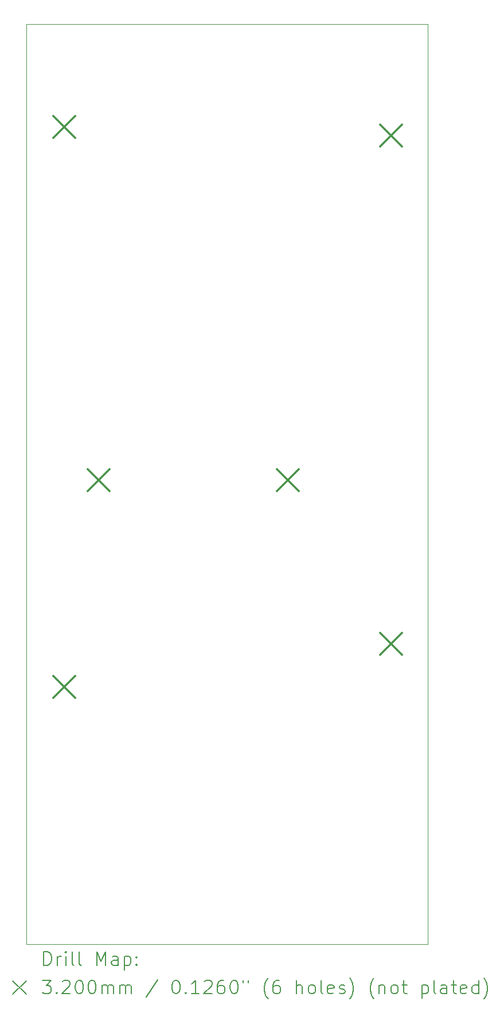
<source format=gbr>
%TF.GenerationSoftware,KiCad,Pcbnew,8.0.6-8.0.6-0~ubuntu24.04.1*%
%TF.CreationDate,2024-10-19T11:52:58+02:00*%
%TF.ProjectId,K3NG-rotator-shield,4b334e47-2d72-46f7-9461-746f722d7368,rev?*%
%TF.SameCoordinates,Original*%
%TF.FileFunction,Drillmap*%
%TF.FilePolarity,Positive*%
%FSLAX45Y45*%
G04 Gerber Fmt 4.5, Leading zero omitted, Abs format (unit mm)*
G04 Created by KiCad (PCBNEW 8.0.6-8.0.6-0~ubuntu24.04.1) date 2024-10-19 11:52:58*
%MOMM*%
%LPD*%
G01*
G04 APERTURE LIST*
%ADD10C,0.050000*%
%ADD11C,0.200000*%
%ADD12C,0.320000*%
G04 APERTURE END LIST*
D10*
X18791000Y-2383000D02*
X12866000Y-2383000D01*
X12866000Y-15943000D01*
X18791000Y-15943000D01*
X18791000Y-2383000D01*
D11*
D12*
X13265000Y-3735000D02*
X13585000Y-4055000D01*
X13585000Y-3735000D02*
X13265000Y-4055000D01*
X13265000Y-11990000D02*
X13585000Y-12310000D01*
X13585000Y-11990000D02*
X13265000Y-12310000D01*
X13773000Y-8942000D02*
X14093000Y-9262000D01*
X14093000Y-8942000D02*
X13773000Y-9262000D01*
X16567000Y-8942000D02*
X16887000Y-9262000D01*
X16887000Y-8942000D02*
X16567000Y-9262000D01*
X18091000Y-3862000D02*
X18411000Y-4182000D01*
X18411000Y-3862000D02*
X18091000Y-4182000D01*
X18091000Y-11355000D02*
X18411000Y-11675000D01*
X18411000Y-11355000D02*
X18091000Y-11675000D01*
D11*
X13124277Y-16256984D02*
X13124277Y-16056984D01*
X13124277Y-16056984D02*
X13171896Y-16056984D01*
X13171896Y-16056984D02*
X13200467Y-16066508D01*
X13200467Y-16066508D02*
X13219515Y-16085555D01*
X13219515Y-16085555D02*
X13229039Y-16104603D01*
X13229039Y-16104603D02*
X13238562Y-16142698D01*
X13238562Y-16142698D02*
X13238562Y-16171269D01*
X13238562Y-16171269D02*
X13229039Y-16209365D01*
X13229039Y-16209365D02*
X13219515Y-16228412D01*
X13219515Y-16228412D02*
X13200467Y-16247460D01*
X13200467Y-16247460D02*
X13171896Y-16256984D01*
X13171896Y-16256984D02*
X13124277Y-16256984D01*
X13324277Y-16256984D02*
X13324277Y-16123650D01*
X13324277Y-16161746D02*
X13333801Y-16142698D01*
X13333801Y-16142698D02*
X13343324Y-16133174D01*
X13343324Y-16133174D02*
X13362372Y-16123650D01*
X13362372Y-16123650D02*
X13381420Y-16123650D01*
X13448086Y-16256984D02*
X13448086Y-16123650D01*
X13448086Y-16056984D02*
X13438562Y-16066508D01*
X13438562Y-16066508D02*
X13448086Y-16076031D01*
X13448086Y-16076031D02*
X13457610Y-16066508D01*
X13457610Y-16066508D02*
X13448086Y-16056984D01*
X13448086Y-16056984D02*
X13448086Y-16076031D01*
X13571896Y-16256984D02*
X13552848Y-16247460D01*
X13552848Y-16247460D02*
X13543324Y-16228412D01*
X13543324Y-16228412D02*
X13543324Y-16056984D01*
X13676658Y-16256984D02*
X13657610Y-16247460D01*
X13657610Y-16247460D02*
X13648086Y-16228412D01*
X13648086Y-16228412D02*
X13648086Y-16056984D01*
X13905229Y-16256984D02*
X13905229Y-16056984D01*
X13905229Y-16056984D02*
X13971896Y-16199841D01*
X13971896Y-16199841D02*
X14038562Y-16056984D01*
X14038562Y-16056984D02*
X14038562Y-16256984D01*
X14219515Y-16256984D02*
X14219515Y-16152222D01*
X14219515Y-16152222D02*
X14209991Y-16133174D01*
X14209991Y-16133174D02*
X14190943Y-16123650D01*
X14190943Y-16123650D02*
X14152848Y-16123650D01*
X14152848Y-16123650D02*
X14133801Y-16133174D01*
X14219515Y-16247460D02*
X14200467Y-16256984D01*
X14200467Y-16256984D02*
X14152848Y-16256984D01*
X14152848Y-16256984D02*
X14133801Y-16247460D01*
X14133801Y-16247460D02*
X14124277Y-16228412D01*
X14124277Y-16228412D02*
X14124277Y-16209365D01*
X14124277Y-16209365D02*
X14133801Y-16190317D01*
X14133801Y-16190317D02*
X14152848Y-16180793D01*
X14152848Y-16180793D02*
X14200467Y-16180793D01*
X14200467Y-16180793D02*
X14219515Y-16171269D01*
X14314753Y-16123650D02*
X14314753Y-16323650D01*
X14314753Y-16133174D02*
X14333801Y-16123650D01*
X14333801Y-16123650D02*
X14371896Y-16123650D01*
X14371896Y-16123650D02*
X14390943Y-16133174D01*
X14390943Y-16133174D02*
X14400467Y-16142698D01*
X14400467Y-16142698D02*
X14409991Y-16161746D01*
X14409991Y-16161746D02*
X14409991Y-16218888D01*
X14409991Y-16218888D02*
X14400467Y-16237936D01*
X14400467Y-16237936D02*
X14390943Y-16247460D01*
X14390943Y-16247460D02*
X14371896Y-16256984D01*
X14371896Y-16256984D02*
X14333801Y-16256984D01*
X14333801Y-16256984D02*
X14314753Y-16247460D01*
X14495705Y-16237936D02*
X14505229Y-16247460D01*
X14505229Y-16247460D02*
X14495705Y-16256984D01*
X14495705Y-16256984D02*
X14486182Y-16247460D01*
X14486182Y-16247460D02*
X14495705Y-16237936D01*
X14495705Y-16237936D02*
X14495705Y-16256984D01*
X14495705Y-16133174D02*
X14505229Y-16142698D01*
X14505229Y-16142698D02*
X14495705Y-16152222D01*
X14495705Y-16152222D02*
X14486182Y-16142698D01*
X14486182Y-16142698D02*
X14495705Y-16133174D01*
X14495705Y-16133174D02*
X14495705Y-16152222D01*
X12663500Y-16485500D02*
X12863500Y-16685500D01*
X12863500Y-16485500D02*
X12663500Y-16685500D01*
X13105229Y-16476984D02*
X13229039Y-16476984D01*
X13229039Y-16476984D02*
X13162372Y-16553174D01*
X13162372Y-16553174D02*
X13190943Y-16553174D01*
X13190943Y-16553174D02*
X13209991Y-16562698D01*
X13209991Y-16562698D02*
X13219515Y-16572222D01*
X13219515Y-16572222D02*
X13229039Y-16591269D01*
X13229039Y-16591269D02*
X13229039Y-16638888D01*
X13229039Y-16638888D02*
X13219515Y-16657936D01*
X13219515Y-16657936D02*
X13209991Y-16667460D01*
X13209991Y-16667460D02*
X13190943Y-16676984D01*
X13190943Y-16676984D02*
X13133801Y-16676984D01*
X13133801Y-16676984D02*
X13114753Y-16667460D01*
X13114753Y-16667460D02*
X13105229Y-16657936D01*
X13314753Y-16657936D02*
X13324277Y-16667460D01*
X13324277Y-16667460D02*
X13314753Y-16676984D01*
X13314753Y-16676984D02*
X13305229Y-16667460D01*
X13305229Y-16667460D02*
X13314753Y-16657936D01*
X13314753Y-16657936D02*
X13314753Y-16676984D01*
X13400467Y-16496031D02*
X13409991Y-16486508D01*
X13409991Y-16486508D02*
X13429039Y-16476984D01*
X13429039Y-16476984D02*
X13476658Y-16476984D01*
X13476658Y-16476984D02*
X13495705Y-16486508D01*
X13495705Y-16486508D02*
X13505229Y-16496031D01*
X13505229Y-16496031D02*
X13514753Y-16515079D01*
X13514753Y-16515079D02*
X13514753Y-16534127D01*
X13514753Y-16534127D02*
X13505229Y-16562698D01*
X13505229Y-16562698D02*
X13390943Y-16676984D01*
X13390943Y-16676984D02*
X13514753Y-16676984D01*
X13638562Y-16476984D02*
X13657610Y-16476984D01*
X13657610Y-16476984D02*
X13676658Y-16486508D01*
X13676658Y-16486508D02*
X13686182Y-16496031D01*
X13686182Y-16496031D02*
X13695705Y-16515079D01*
X13695705Y-16515079D02*
X13705229Y-16553174D01*
X13705229Y-16553174D02*
X13705229Y-16600793D01*
X13705229Y-16600793D02*
X13695705Y-16638888D01*
X13695705Y-16638888D02*
X13686182Y-16657936D01*
X13686182Y-16657936D02*
X13676658Y-16667460D01*
X13676658Y-16667460D02*
X13657610Y-16676984D01*
X13657610Y-16676984D02*
X13638562Y-16676984D01*
X13638562Y-16676984D02*
X13619515Y-16667460D01*
X13619515Y-16667460D02*
X13609991Y-16657936D01*
X13609991Y-16657936D02*
X13600467Y-16638888D01*
X13600467Y-16638888D02*
X13590943Y-16600793D01*
X13590943Y-16600793D02*
X13590943Y-16553174D01*
X13590943Y-16553174D02*
X13600467Y-16515079D01*
X13600467Y-16515079D02*
X13609991Y-16496031D01*
X13609991Y-16496031D02*
X13619515Y-16486508D01*
X13619515Y-16486508D02*
X13638562Y-16476984D01*
X13829039Y-16476984D02*
X13848086Y-16476984D01*
X13848086Y-16476984D02*
X13867134Y-16486508D01*
X13867134Y-16486508D02*
X13876658Y-16496031D01*
X13876658Y-16496031D02*
X13886182Y-16515079D01*
X13886182Y-16515079D02*
X13895705Y-16553174D01*
X13895705Y-16553174D02*
X13895705Y-16600793D01*
X13895705Y-16600793D02*
X13886182Y-16638888D01*
X13886182Y-16638888D02*
X13876658Y-16657936D01*
X13876658Y-16657936D02*
X13867134Y-16667460D01*
X13867134Y-16667460D02*
X13848086Y-16676984D01*
X13848086Y-16676984D02*
X13829039Y-16676984D01*
X13829039Y-16676984D02*
X13809991Y-16667460D01*
X13809991Y-16667460D02*
X13800467Y-16657936D01*
X13800467Y-16657936D02*
X13790943Y-16638888D01*
X13790943Y-16638888D02*
X13781420Y-16600793D01*
X13781420Y-16600793D02*
X13781420Y-16553174D01*
X13781420Y-16553174D02*
X13790943Y-16515079D01*
X13790943Y-16515079D02*
X13800467Y-16496031D01*
X13800467Y-16496031D02*
X13809991Y-16486508D01*
X13809991Y-16486508D02*
X13829039Y-16476984D01*
X13981420Y-16676984D02*
X13981420Y-16543650D01*
X13981420Y-16562698D02*
X13990943Y-16553174D01*
X13990943Y-16553174D02*
X14009991Y-16543650D01*
X14009991Y-16543650D02*
X14038563Y-16543650D01*
X14038563Y-16543650D02*
X14057610Y-16553174D01*
X14057610Y-16553174D02*
X14067134Y-16572222D01*
X14067134Y-16572222D02*
X14067134Y-16676984D01*
X14067134Y-16572222D02*
X14076658Y-16553174D01*
X14076658Y-16553174D02*
X14095705Y-16543650D01*
X14095705Y-16543650D02*
X14124277Y-16543650D01*
X14124277Y-16543650D02*
X14143324Y-16553174D01*
X14143324Y-16553174D02*
X14152848Y-16572222D01*
X14152848Y-16572222D02*
X14152848Y-16676984D01*
X14248086Y-16676984D02*
X14248086Y-16543650D01*
X14248086Y-16562698D02*
X14257610Y-16553174D01*
X14257610Y-16553174D02*
X14276658Y-16543650D01*
X14276658Y-16543650D02*
X14305229Y-16543650D01*
X14305229Y-16543650D02*
X14324277Y-16553174D01*
X14324277Y-16553174D02*
X14333801Y-16572222D01*
X14333801Y-16572222D02*
X14333801Y-16676984D01*
X14333801Y-16572222D02*
X14343324Y-16553174D01*
X14343324Y-16553174D02*
X14362372Y-16543650D01*
X14362372Y-16543650D02*
X14390943Y-16543650D01*
X14390943Y-16543650D02*
X14409991Y-16553174D01*
X14409991Y-16553174D02*
X14419515Y-16572222D01*
X14419515Y-16572222D02*
X14419515Y-16676984D01*
X14809991Y-16467460D02*
X14638563Y-16724603D01*
X15067134Y-16476984D02*
X15086182Y-16476984D01*
X15086182Y-16476984D02*
X15105229Y-16486508D01*
X15105229Y-16486508D02*
X15114753Y-16496031D01*
X15114753Y-16496031D02*
X15124277Y-16515079D01*
X15124277Y-16515079D02*
X15133801Y-16553174D01*
X15133801Y-16553174D02*
X15133801Y-16600793D01*
X15133801Y-16600793D02*
X15124277Y-16638888D01*
X15124277Y-16638888D02*
X15114753Y-16657936D01*
X15114753Y-16657936D02*
X15105229Y-16667460D01*
X15105229Y-16667460D02*
X15086182Y-16676984D01*
X15086182Y-16676984D02*
X15067134Y-16676984D01*
X15067134Y-16676984D02*
X15048086Y-16667460D01*
X15048086Y-16667460D02*
X15038563Y-16657936D01*
X15038563Y-16657936D02*
X15029039Y-16638888D01*
X15029039Y-16638888D02*
X15019515Y-16600793D01*
X15019515Y-16600793D02*
X15019515Y-16553174D01*
X15019515Y-16553174D02*
X15029039Y-16515079D01*
X15029039Y-16515079D02*
X15038563Y-16496031D01*
X15038563Y-16496031D02*
X15048086Y-16486508D01*
X15048086Y-16486508D02*
X15067134Y-16476984D01*
X15219515Y-16657936D02*
X15229039Y-16667460D01*
X15229039Y-16667460D02*
X15219515Y-16676984D01*
X15219515Y-16676984D02*
X15209991Y-16667460D01*
X15209991Y-16667460D02*
X15219515Y-16657936D01*
X15219515Y-16657936D02*
X15219515Y-16676984D01*
X15419515Y-16676984D02*
X15305229Y-16676984D01*
X15362372Y-16676984D02*
X15362372Y-16476984D01*
X15362372Y-16476984D02*
X15343325Y-16505555D01*
X15343325Y-16505555D02*
X15324277Y-16524603D01*
X15324277Y-16524603D02*
X15305229Y-16534127D01*
X15495706Y-16496031D02*
X15505229Y-16486508D01*
X15505229Y-16486508D02*
X15524277Y-16476984D01*
X15524277Y-16476984D02*
X15571896Y-16476984D01*
X15571896Y-16476984D02*
X15590944Y-16486508D01*
X15590944Y-16486508D02*
X15600467Y-16496031D01*
X15600467Y-16496031D02*
X15609991Y-16515079D01*
X15609991Y-16515079D02*
X15609991Y-16534127D01*
X15609991Y-16534127D02*
X15600467Y-16562698D01*
X15600467Y-16562698D02*
X15486182Y-16676984D01*
X15486182Y-16676984D02*
X15609991Y-16676984D01*
X15781420Y-16476984D02*
X15743325Y-16476984D01*
X15743325Y-16476984D02*
X15724277Y-16486508D01*
X15724277Y-16486508D02*
X15714753Y-16496031D01*
X15714753Y-16496031D02*
X15695706Y-16524603D01*
X15695706Y-16524603D02*
X15686182Y-16562698D01*
X15686182Y-16562698D02*
X15686182Y-16638888D01*
X15686182Y-16638888D02*
X15695706Y-16657936D01*
X15695706Y-16657936D02*
X15705229Y-16667460D01*
X15705229Y-16667460D02*
X15724277Y-16676984D01*
X15724277Y-16676984D02*
X15762372Y-16676984D01*
X15762372Y-16676984D02*
X15781420Y-16667460D01*
X15781420Y-16667460D02*
X15790944Y-16657936D01*
X15790944Y-16657936D02*
X15800467Y-16638888D01*
X15800467Y-16638888D02*
X15800467Y-16591269D01*
X15800467Y-16591269D02*
X15790944Y-16572222D01*
X15790944Y-16572222D02*
X15781420Y-16562698D01*
X15781420Y-16562698D02*
X15762372Y-16553174D01*
X15762372Y-16553174D02*
X15724277Y-16553174D01*
X15724277Y-16553174D02*
X15705229Y-16562698D01*
X15705229Y-16562698D02*
X15695706Y-16572222D01*
X15695706Y-16572222D02*
X15686182Y-16591269D01*
X15924277Y-16476984D02*
X15943325Y-16476984D01*
X15943325Y-16476984D02*
X15962372Y-16486508D01*
X15962372Y-16486508D02*
X15971896Y-16496031D01*
X15971896Y-16496031D02*
X15981420Y-16515079D01*
X15981420Y-16515079D02*
X15990944Y-16553174D01*
X15990944Y-16553174D02*
X15990944Y-16600793D01*
X15990944Y-16600793D02*
X15981420Y-16638888D01*
X15981420Y-16638888D02*
X15971896Y-16657936D01*
X15971896Y-16657936D02*
X15962372Y-16667460D01*
X15962372Y-16667460D02*
X15943325Y-16676984D01*
X15943325Y-16676984D02*
X15924277Y-16676984D01*
X15924277Y-16676984D02*
X15905229Y-16667460D01*
X15905229Y-16667460D02*
X15895706Y-16657936D01*
X15895706Y-16657936D02*
X15886182Y-16638888D01*
X15886182Y-16638888D02*
X15876658Y-16600793D01*
X15876658Y-16600793D02*
X15876658Y-16553174D01*
X15876658Y-16553174D02*
X15886182Y-16515079D01*
X15886182Y-16515079D02*
X15895706Y-16496031D01*
X15895706Y-16496031D02*
X15905229Y-16486508D01*
X15905229Y-16486508D02*
X15924277Y-16476984D01*
X16067134Y-16476984D02*
X16067134Y-16515079D01*
X16143325Y-16476984D02*
X16143325Y-16515079D01*
X16438563Y-16753174D02*
X16429039Y-16743650D01*
X16429039Y-16743650D02*
X16409991Y-16715079D01*
X16409991Y-16715079D02*
X16400468Y-16696031D01*
X16400468Y-16696031D02*
X16390944Y-16667460D01*
X16390944Y-16667460D02*
X16381420Y-16619841D01*
X16381420Y-16619841D02*
X16381420Y-16581746D01*
X16381420Y-16581746D02*
X16390944Y-16534127D01*
X16390944Y-16534127D02*
X16400468Y-16505555D01*
X16400468Y-16505555D02*
X16409991Y-16486508D01*
X16409991Y-16486508D02*
X16429039Y-16457936D01*
X16429039Y-16457936D02*
X16438563Y-16448412D01*
X16600468Y-16476984D02*
X16562372Y-16476984D01*
X16562372Y-16476984D02*
X16543325Y-16486508D01*
X16543325Y-16486508D02*
X16533801Y-16496031D01*
X16533801Y-16496031D02*
X16514753Y-16524603D01*
X16514753Y-16524603D02*
X16505229Y-16562698D01*
X16505229Y-16562698D02*
X16505229Y-16638888D01*
X16505229Y-16638888D02*
X16514753Y-16657936D01*
X16514753Y-16657936D02*
X16524277Y-16667460D01*
X16524277Y-16667460D02*
X16543325Y-16676984D01*
X16543325Y-16676984D02*
X16581420Y-16676984D01*
X16581420Y-16676984D02*
X16600468Y-16667460D01*
X16600468Y-16667460D02*
X16609991Y-16657936D01*
X16609991Y-16657936D02*
X16619515Y-16638888D01*
X16619515Y-16638888D02*
X16619515Y-16591269D01*
X16619515Y-16591269D02*
X16609991Y-16572222D01*
X16609991Y-16572222D02*
X16600468Y-16562698D01*
X16600468Y-16562698D02*
X16581420Y-16553174D01*
X16581420Y-16553174D02*
X16543325Y-16553174D01*
X16543325Y-16553174D02*
X16524277Y-16562698D01*
X16524277Y-16562698D02*
X16514753Y-16572222D01*
X16514753Y-16572222D02*
X16505229Y-16591269D01*
X16857611Y-16676984D02*
X16857611Y-16476984D01*
X16943325Y-16676984D02*
X16943325Y-16572222D01*
X16943325Y-16572222D02*
X16933801Y-16553174D01*
X16933801Y-16553174D02*
X16914753Y-16543650D01*
X16914753Y-16543650D02*
X16886182Y-16543650D01*
X16886182Y-16543650D02*
X16867134Y-16553174D01*
X16867134Y-16553174D02*
X16857611Y-16562698D01*
X17067134Y-16676984D02*
X17048087Y-16667460D01*
X17048087Y-16667460D02*
X17038563Y-16657936D01*
X17038563Y-16657936D02*
X17029039Y-16638888D01*
X17029039Y-16638888D02*
X17029039Y-16581746D01*
X17029039Y-16581746D02*
X17038563Y-16562698D01*
X17038563Y-16562698D02*
X17048087Y-16553174D01*
X17048087Y-16553174D02*
X17067134Y-16543650D01*
X17067134Y-16543650D02*
X17095706Y-16543650D01*
X17095706Y-16543650D02*
X17114753Y-16553174D01*
X17114753Y-16553174D02*
X17124277Y-16562698D01*
X17124277Y-16562698D02*
X17133801Y-16581746D01*
X17133801Y-16581746D02*
X17133801Y-16638888D01*
X17133801Y-16638888D02*
X17124277Y-16657936D01*
X17124277Y-16657936D02*
X17114753Y-16667460D01*
X17114753Y-16667460D02*
X17095706Y-16676984D01*
X17095706Y-16676984D02*
X17067134Y-16676984D01*
X17248087Y-16676984D02*
X17229039Y-16667460D01*
X17229039Y-16667460D02*
X17219515Y-16648412D01*
X17219515Y-16648412D02*
X17219515Y-16476984D01*
X17400468Y-16667460D02*
X17381420Y-16676984D01*
X17381420Y-16676984D02*
X17343325Y-16676984D01*
X17343325Y-16676984D02*
X17324277Y-16667460D01*
X17324277Y-16667460D02*
X17314753Y-16648412D01*
X17314753Y-16648412D02*
X17314753Y-16572222D01*
X17314753Y-16572222D02*
X17324277Y-16553174D01*
X17324277Y-16553174D02*
X17343325Y-16543650D01*
X17343325Y-16543650D02*
X17381420Y-16543650D01*
X17381420Y-16543650D02*
X17400468Y-16553174D01*
X17400468Y-16553174D02*
X17409992Y-16572222D01*
X17409992Y-16572222D02*
X17409992Y-16591269D01*
X17409992Y-16591269D02*
X17314753Y-16610317D01*
X17486182Y-16667460D02*
X17505230Y-16676984D01*
X17505230Y-16676984D02*
X17543325Y-16676984D01*
X17543325Y-16676984D02*
X17562373Y-16667460D01*
X17562373Y-16667460D02*
X17571896Y-16648412D01*
X17571896Y-16648412D02*
X17571896Y-16638888D01*
X17571896Y-16638888D02*
X17562373Y-16619841D01*
X17562373Y-16619841D02*
X17543325Y-16610317D01*
X17543325Y-16610317D02*
X17514753Y-16610317D01*
X17514753Y-16610317D02*
X17495706Y-16600793D01*
X17495706Y-16600793D02*
X17486182Y-16581746D01*
X17486182Y-16581746D02*
X17486182Y-16572222D01*
X17486182Y-16572222D02*
X17495706Y-16553174D01*
X17495706Y-16553174D02*
X17514753Y-16543650D01*
X17514753Y-16543650D02*
X17543325Y-16543650D01*
X17543325Y-16543650D02*
X17562373Y-16553174D01*
X17638563Y-16753174D02*
X17648087Y-16743650D01*
X17648087Y-16743650D02*
X17667134Y-16715079D01*
X17667134Y-16715079D02*
X17676658Y-16696031D01*
X17676658Y-16696031D02*
X17686182Y-16667460D01*
X17686182Y-16667460D02*
X17695706Y-16619841D01*
X17695706Y-16619841D02*
X17695706Y-16581746D01*
X17695706Y-16581746D02*
X17686182Y-16534127D01*
X17686182Y-16534127D02*
X17676658Y-16505555D01*
X17676658Y-16505555D02*
X17667134Y-16486508D01*
X17667134Y-16486508D02*
X17648087Y-16457936D01*
X17648087Y-16457936D02*
X17638563Y-16448412D01*
X18000468Y-16753174D02*
X17990944Y-16743650D01*
X17990944Y-16743650D02*
X17971896Y-16715079D01*
X17971896Y-16715079D02*
X17962373Y-16696031D01*
X17962373Y-16696031D02*
X17952849Y-16667460D01*
X17952849Y-16667460D02*
X17943325Y-16619841D01*
X17943325Y-16619841D02*
X17943325Y-16581746D01*
X17943325Y-16581746D02*
X17952849Y-16534127D01*
X17952849Y-16534127D02*
X17962373Y-16505555D01*
X17962373Y-16505555D02*
X17971896Y-16486508D01*
X17971896Y-16486508D02*
X17990944Y-16457936D01*
X17990944Y-16457936D02*
X18000468Y-16448412D01*
X18076658Y-16543650D02*
X18076658Y-16676984D01*
X18076658Y-16562698D02*
X18086182Y-16553174D01*
X18086182Y-16553174D02*
X18105230Y-16543650D01*
X18105230Y-16543650D02*
X18133801Y-16543650D01*
X18133801Y-16543650D02*
X18152849Y-16553174D01*
X18152849Y-16553174D02*
X18162373Y-16572222D01*
X18162373Y-16572222D02*
X18162373Y-16676984D01*
X18286182Y-16676984D02*
X18267134Y-16667460D01*
X18267134Y-16667460D02*
X18257611Y-16657936D01*
X18257611Y-16657936D02*
X18248087Y-16638888D01*
X18248087Y-16638888D02*
X18248087Y-16581746D01*
X18248087Y-16581746D02*
X18257611Y-16562698D01*
X18257611Y-16562698D02*
X18267134Y-16553174D01*
X18267134Y-16553174D02*
X18286182Y-16543650D01*
X18286182Y-16543650D02*
X18314754Y-16543650D01*
X18314754Y-16543650D02*
X18333801Y-16553174D01*
X18333801Y-16553174D02*
X18343325Y-16562698D01*
X18343325Y-16562698D02*
X18352849Y-16581746D01*
X18352849Y-16581746D02*
X18352849Y-16638888D01*
X18352849Y-16638888D02*
X18343325Y-16657936D01*
X18343325Y-16657936D02*
X18333801Y-16667460D01*
X18333801Y-16667460D02*
X18314754Y-16676984D01*
X18314754Y-16676984D02*
X18286182Y-16676984D01*
X18409992Y-16543650D02*
X18486182Y-16543650D01*
X18438563Y-16476984D02*
X18438563Y-16648412D01*
X18438563Y-16648412D02*
X18448087Y-16667460D01*
X18448087Y-16667460D02*
X18467134Y-16676984D01*
X18467134Y-16676984D02*
X18486182Y-16676984D01*
X18705230Y-16543650D02*
X18705230Y-16743650D01*
X18705230Y-16553174D02*
X18724277Y-16543650D01*
X18724277Y-16543650D02*
X18762373Y-16543650D01*
X18762373Y-16543650D02*
X18781420Y-16553174D01*
X18781420Y-16553174D02*
X18790944Y-16562698D01*
X18790944Y-16562698D02*
X18800468Y-16581746D01*
X18800468Y-16581746D02*
X18800468Y-16638888D01*
X18800468Y-16638888D02*
X18790944Y-16657936D01*
X18790944Y-16657936D02*
X18781420Y-16667460D01*
X18781420Y-16667460D02*
X18762373Y-16676984D01*
X18762373Y-16676984D02*
X18724277Y-16676984D01*
X18724277Y-16676984D02*
X18705230Y-16667460D01*
X18914754Y-16676984D02*
X18895706Y-16667460D01*
X18895706Y-16667460D02*
X18886182Y-16648412D01*
X18886182Y-16648412D02*
X18886182Y-16476984D01*
X19076658Y-16676984D02*
X19076658Y-16572222D01*
X19076658Y-16572222D02*
X19067135Y-16553174D01*
X19067135Y-16553174D02*
X19048087Y-16543650D01*
X19048087Y-16543650D02*
X19009992Y-16543650D01*
X19009992Y-16543650D02*
X18990944Y-16553174D01*
X19076658Y-16667460D02*
X19057611Y-16676984D01*
X19057611Y-16676984D02*
X19009992Y-16676984D01*
X19009992Y-16676984D02*
X18990944Y-16667460D01*
X18990944Y-16667460D02*
X18981420Y-16648412D01*
X18981420Y-16648412D02*
X18981420Y-16629365D01*
X18981420Y-16629365D02*
X18990944Y-16610317D01*
X18990944Y-16610317D02*
X19009992Y-16600793D01*
X19009992Y-16600793D02*
X19057611Y-16600793D01*
X19057611Y-16600793D02*
X19076658Y-16591269D01*
X19143325Y-16543650D02*
X19219515Y-16543650D01*
X19171896Y-16476984D02*
X19171896Y-16648412D01*
X19171896Y-16648412D02*
X19181420Y-16667460D01*
X19181420Y-16667460D02*
X19200468Y-16676984D01*
X19200468Y-16676984D02*
X19219515Y-16676984D01*
X19362373Y-16667460D02*
X19343325Y-16676984D01*
X19343325Y-16676984D02*
X19305230Y-16676984D01*
X19305230Y-16676984D02*
X19286182Y-16667460D01*
X19286182Y-16667460D02*
X19276658Y-16648412D01*
X19276658Y-16648412D02*
X19276658Y-16572222D01*
X19276658Y-16572222D02*
X19286182Y-16553174D01*
X19286182Y-16553174D02*
X19305230Y-16543650D01*
X19305230Y-16543650D02*
X19343325Y-16543650D01*
X19343325Y-16543650D02*
X19362373Y-16553174D01*
X19362373Y-16553174D02*
X19371896Y-16572222D01*
X19371896Y-16572222D02*
X19371896Y-16591269D01*
X19371896Y-16591269D02*
X19276658Y-16610317D01*
X19543325Y-16676984D02*
X19543325Y-16476984D01*
X19543325Y-16667460D02*
X19524277Y-16676984D01*
X19524277Y-16676984D02*
X19486182Y-16676984D01*
X19486182Y-16676984D02*
X19467135Y-16667460D01*
X19467135Y-16667460D02*
X19457611Y-16657936D01*
X19457611Y-16657936D02*
X19448087Y-16638888D01*
X19448087Y-16638888D02*
X19448087Y-16581746D01*
X19448087Y-16581746D02*
X19457611Y-16562698D01*
X19457611Y-16562698D02*
X19467135Y-16553174D01*
X19467135Y-16553174D02*
X19486182Y-16543650D01*
X19486182Y-16543650D02*
X19524277Y-16543650D01*
X19524277Y-16543650D02*
X19543325Y-16553174D01*
X19619516Y-16753174D02*
X19629039Y-16743650D01*
X19629039Y-16743650D02*
X19648087Y-16715079D01*
X19648087Y-16715079D02*
X19657611Y-16696031D01*
X19657611Y-16696031D02*
X19667135Y-16667460D01*
X19667135Y-16667460D02*
X19676658Y-16619841D01*
X19676658Y-16619841D02*
X19676658Y-16581746D01*
X19676658Y-16581746D02*
X19667135Y-16534127D01*
X19667135Y-16534127D02*
X19657611Y-16505555D01*
X19657611Y-16505555D02*
X19648087Y-16486508D01*
X19648087Y-16486508D02*
X19629039Y-16457936D01*
X19629039Y-16457936D02*
X19619516Y-16448412D01*
M02*

</source>
